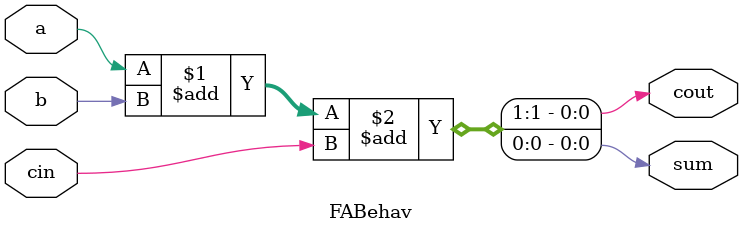
<source format=v>
module FABehav(input a,b,cin,output sum,cout);
   assign {cout,sum} = a + b + cin;
endmodule
</source>
